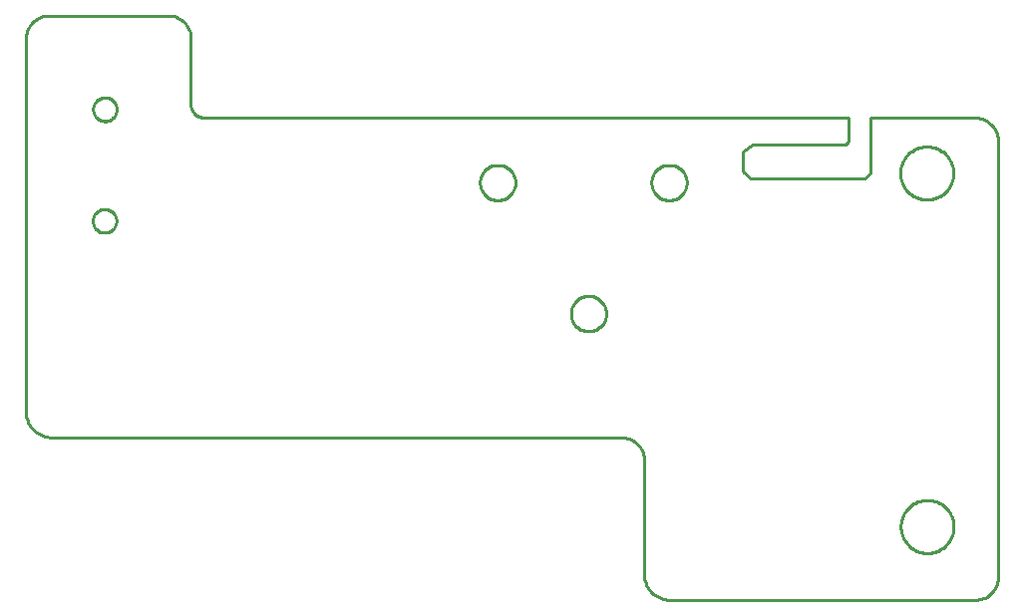
<source format=gbr>
G04 EAGLE Gerber RS-274X export*
G75*
%MOMM*%
%FSLAX34Y34*%
%LPD*%
%IN*%
%IPPOS*%
%AMOC8*
5,1,8,0,0,1.08239X$1,22.5*%
G01*
%ADD10C,0.254000*%


D10*
X24384Y59944D02*
X24467Y58040D01*
X24716Y56151D01*
X25128Y54290D01*
X25701Y52473D01*
X26431Y50712D01*
X27311Y49022D01*
X28334Y47415D01*
X29495Y45903D01*
X30782Y44498D01*
X32187Y43211D01*
X33699Y42050D01*
X35306Y41027D01*
X36996Y40147D01*
X38757Y39417D01*
X40574Y38844D01*
X42435Y38432D01*
X44324Y38183D01*
X46228Y38100D01*
X529844Y38100D01*
X531549Y38026D01*
X533240Y37803D01*
X534906Y37434D01*
X536533Y36921D01*
X538110Y36268D01*
X539623Y35480D01*
X541062Y34563D01*
X542416Y33524D01*
X543674Y32372D01*
X544826Y31114D01*
X545865Y29760D01*
X546782Y28321D01*
X547570Y26808D01*
X548223Y25231D01*
X548736Y23604D01*
X549105Y21938D01*
X549328Y20247D01*
X549402Y18542D01*
X549402Y-78486D01*
X549483Y-80346D01*
X549726Y-82191D01*
X550129Y-84008D01*
X550689Y-85783D01*
X551401Y-87503D01*
X552260Y-89154D01*
X553261Y-90724D01*
X554394Y-92201D01*
X555651Y-93573D01*
X557023Y-94830D01*
X558500Y-95963D01*
X560070Y-96964D01*
X561721Y-97823D01*
X563441Y-98535D01*
X565216Y-99095D01*
X567033Y-99498D01*
X568878Y-99741D01*
X570738Y-99822D01*
X830326Y-99822D01*
X832053Y-99747D01*
X833766Y-99521D01*
X835454Y-99147D01*
X837102Y-98627D01*
X838699Y-97966D01*
X840232Y-97168D01*
X841690Y-96239D01*
X843061Y-95187D01*
X844335Y-94019D01*
X845503Y-92745D01*
X846555Y-91374D01*
X847484Y-89916D01*
X848282Y-88383D01*
X848943Y-86786D01*
X849463Y-85138D01*
X849837Y-83450D01*
X850063Y-81737D01*
X850138Y-80010D01*
X850138Y289052D01*
X850059Y290867D01*
X849822Y292669D01*
X849428Y294443D01*
X848882Y296176D01*
X848187Y297854D01*
X847348Y299466D01*
X846371Y300998D01*
X845265Y302440D01*
X844038Y303780D01*
X842698Y305007D01*
X841256Y306113D01*
X839724Y307090D01*
X838112Y307929D01*
X836434Y308624D01*
X834701Y309170D01*
X832927Y309564D01*
X831125Y309801D01*
X829310Y309880D01*
X741426Y309880D01*
X741426Y262128D01*
X736854Y258064D01*
X639572Y258064D01*
X633476Y264160D01*
X633476Y280670D01*
X641858Y286512D01*
X720598Y286512D01*
X722884Y289052D01*
X722884Y309880D01*
X175260Y309880D01*
X174308Y309922D01*
X173363Y310046D01*
X172433Y310252D01*
X171524Y310539D01*
X170644Y310903D01*
X169799Y311343D01*
X168995Y311855D01*
X168239Y312435D01*
X167537Y313079D01*
X166893Y313781D01*
X166313Y314537D01*
X165801Y315341D01*
X165361Y316186D01*
X164997Y317066D01*
X164710Y317975D01*
X164504Y318905D01*
X164380Y319850D01*
X164338Y320802D01*
X164338Y377190D01*
X164276Y378862D01*
X164069Y380522D01*
X163717Y382158D01*
X163225Y383757D01*
X162595Y385306D01*
X161832Y386796D01*
X160943Y388212D01*
X159933Y389546D01*
X158811Y390787D01*
X157585Y391926D01*
X156265Y392953D01*
X154860Y393861D01*
X153381Y394644D01*
X151839Y395294D01*
X150247Y395808D01*
X148616Y396181D01*
X146959Y396410D01*
X145288Y396494D01*
X43942Y396494D01*
X42227Y396408D01*
X40526Y396173D01*
X38851Y395790D01*
X37217Y395263D01*
X35635Y394596D01*
X34117Y393793D01*
X32674Y392861D01*
X31318Y391807D01*
X30060Y390639D01*
X28908Y389365D01*
X27871Y387996D01*
X26958Y386542D01*
X26175Y385013D01*
X25528Y383422D01*
X25022Y381781D01*
X24661Y380102D01*
X24448Y378398D01*
X24384Y376682D01*
X24384Y59944D01*
X439942Y253972D02*
X439866Y252904D01*
X439713Y251843D01*
X439485Y250796D01*
X439183Y249768D01*
X438809Y248764D01*
X438364Y247789D01*
X437850Y246849D01*
X437271Y245948D01*
X436629Y245090D01*
X435927Y244280D01*
X435170Y243523D01*
X434360Y242821D01*
X433502Y242179D01*
X432601Y241600D01*
X431661Y241086D01*
X430686Y240641D01*
X429682Y240267D01*
X428654Y239965D01*
X427607Y239737D01*
X426546Y239584D01*
X425478Y239508D01*
X424406Y239508D01*
X423338Y239584D01*
X422277Y239737D01*
X421230Y239965D01*
X420202Y240267D01*
X419198Y240641D01*
X418223Y241086D01*
X417283Y241600D01*
X416382Y242179D01*
X415524Y242821D01*
X414714Y243523D01*
X413957Y244280D01*
X413255Y245090D01*
X412613Y245948D01*
X412034Y246849D01*
X411520Y247789D01*
X411075Y248764D01*
X410701Y249768D01*
X410399Y250796D01*
X410171Y251843D01*
X410018Y252904D01*
X409942Y253972D01*
X409942Y255044D01*
X410018Y256112D01*
X410171Y257173D01*
X410399Y258220D01*
X410701Y259248D01*
X411075Y260252D01*
X411520Y261227D01*
X412034Y262167D01*
X412613Y263068D01*
X413255Y263926D01*
X413957Y264736D01*
X414714Y265493D01*
X415524Y266195D01*
X416382Y266837D01*
X417283Y267416D01*
X418223Y267930D01*
X419198Y268375D01*
X420202Y268749D01*
X421230Y269051D01*
X422277Y269279D01*
X423338Y269432D01*
X424406Y269508D01*
X425478Y269508D01*
X426546Y269432D01*
X427607Y269279D01*
X428654Y269051D01*
X429682Y268749D01*
X430686Y268375D01*
X431661Y267930D01*
X432601Y267416D01*
X433502Y266837D01*
X434360Y266195D01*
X435170Y265493D01*
X435927Y264736D01*
X436629Y263926D01*
X437271Y263068D01*
X437850Y262167D01*
X438364Y261227D01*
X438809Y260252D01*
X439183Y259248D01*
X439485Y258220D01*
X439713Y257173D01*
X439866Y256112D01*
X439942Y255044D01*
X439942Y253972D01*
X585484Y253972D02*
X585408Y252904D01*
X585255Y251843D01*
X585027Y250796D01*
X584725Y249768D01*
X584351Y248764D01*
X583906Y247789D01*
X583392Y246849D01*
X582813Y245948D01*
X582171Y245090D01*
X581469Y244280D01*
X580712Y243523D01*
X579902Y242821D01*
X579044Y242179D01*
X578143Y241600D01*
X577203Y241086D01*
X576228Y240641D01*
X575224Y240267D01*
X574196Y239965D01*
X573149Y239737D01*
X572088Y239584D01*
X571020Y239508D01*
X569948Y239508D01*
X568880Y239584D01*
X567819Y239737D01*
X566772Y239965D01*
X565744Y240267D01*
X564740Y240641D01*
X563765Y241086D01*
X562825Y241600D01*
X561924Y242179D01*
X561066Y242821D01*
X560256Y243523D01*
X559499Y244280D01*
X558797Y245090D01*
X558155Y245948D01*
X557576Y246849D01*
X557062Y247789D01*
X556617Y248764D01*
X556243Y249768D01*
X555941Y250796D01*
X555713Y251843D01*
X555560Y252904D01*
X555484Y253972D01*
X555484Y255044D01*
X555560Y256112D01*
X555713Y257173D01*
X555941Y258220D01*
X556243Y259248D01*
X556617Y260252D01*
X557062Y261227D01*
X557576Y262167D01*
X558155Y263068D01*
X558797Y263926D01*
X559499Y264736D01*
X560256Y265493D01*
X561066Y266195D01*
X561924Y266837D01*
X562825Y267416D01*
X563765Y267930D01*
X564740Y268375D01*
X565744Y268749D01*
X566772Y269051D01*
X567819Y269279D01*
X568880Y269432D01*
X569948Y269508D01*
X571020Y269508D01*
X572088Y269432D01*
X573149Y269279D01*
X574196Y269051D01*
X575224Y268749D01*
X576228Y268375D01*
X577203Y267930D01*
X578143Y267416D01*
X579044Y266837D01*
X579902Y266195D01*
X580712Y265493D01*
X581469Y264736D01*
X582171Y263926D01*
X582813Y263068D01*
X583392Y262167D01*
X583906Y261227D01*
X584351Y260252D01*
X584725Y259248D01*
X585027Y258220D01*
X585255Y257173D01*
X585408Y256112D01*
X585484Y255044D01*
X585484Y253972D01*
X517158Y142720D02*
X517082Y141652D01*
X516929Y140591D01*
X516701Y139544D01*
X516399Y138516D01*
X516025Y137512D01*
X515580Y136537D01*
X515066Y135597D01*
X514487Y134696D01*
X513845Y133838D01*
X513143Y133028D01*
X512386Y132271D01*
X511576Y131569D01*
X510718Y130927D01*
X509817Y130348D01*
X508877Y129834D01*
X507902Y129389D01*
X506898Y129015D01*
X505870Y128713D01*
X504823Y128485D01*
X503762Y128332D01*
X502694Y128256D01*
X501622Y128256D01*
X500554Y128332D01*
X499493Y128485D01*
X498446Y128713D01*
X497418Y129015D01*
X496414Y129389D01*
X495439Y129834D01*
X494499Y130348D01*
X493598Y130927D01*
X492740Y131569D01*
X491930Y132271D01*
X491173Y133028D01*
X490471Y133838D01*
X489829Y134696D01*
X489250Y135597D01*
X488736Y136537D01*
X488291Y137512D01*
X487917Y138516D01*
X487615Y139544D01*
X487387Y140591D01*
X487234Y141652D01*
X487158Y142720D01*
X487158Y143792D01*
X487234Y144860D01*
X487387Y145921D01*
X487615Y146968D01*
X487917Y147996D01*
X488291Y149000D01*
X488736Y149975D01*
X489250Y150915D01*
X489829Y151816D01*
X490471Y152674D01*
X491173Y153484D01*
X491930Y154241D01*
X492740Y154943D01*
X493598Y155585D01*
X494499Y156164D01*
X495439Y156678D01*
X496414Y157123D01*
X497418Y157497D01*
X498446Y157799D01*
X499493Y158027D01*
X500554Y158180D01*
X501622Y158256D01*
X502694Y158256D01*
X503762Y158180D01*
X504823Y158027D01*
X505870Y157799D01*
X506898Y157497D01*
X507902Y157123D01*
X508877Y156678D01*
X509817Y156164D01*
X510718Y155585D01*
X511576Y154943D01*
X512386Y154241D01*
X513143Y153484D01*
X513845Y152674D01*
X514487Y151816D01*
X515066Y150915D01*
X515580Y149975D01*
X516025Y149000D01*
X516399Y147996D01*
X516701Y146968D01*
X516929Y145921D01*
X517082Y144860D01*
X517158Y143792D01*
X517158Y142720D01*
X101440Y316301D02*
X101364Y315432D01*
X101212Y314572D01*
X100986Y313728D01*
X100688Y312908D01*
X100319Y312116D01*
X99882Y311360D01*
X99381Y310645D01*
X98820Y309976D01*
X98202Y309358D01*
X97533Y308797D01*
X96818Y308296D01*
X96062Y307859D01*
X95270Y307490D01*
X94450Y307192D01*
X93606Y306966D01*
X92747Y306814D01*
X91877Y306738D01*
X91003Y306738D01*
X90134Y306814D01*
X89274Y306966D01*
X88430Y307192D01*
X87610Y307490D01*
X86818Y307859D01*
X86062Y308296D01*
X85347Y308797D01*
X84678Y309358D01*
X84060Y309976D01*
X83499Y310645D01*
X82998Y311360D01*
X82561Y312116D01*
X82192Y312908D01*
X81894Y313728D01*
X81668Y314572D01*
X81516Y315432D01*
X81440Y316301D01*
X81440Y317175D01*
X81516Y318045D01*
X81668Y318904D01*
X81894Y319748D01*
X82192Y320568D01*
X82561Y321360D01*
X82998Y322116D01*
X83499Y322831D01*
X84060Y323500D01*
X84678Y324118D01*
X85347Y324679D01*
X86062Y325180D01*
X86818Y325617D01*
X87610Y325986D01*
X88430Y326284D01*
X89274Y326510D01*
X90134Y326662D01*
X91003Y326738D01*
X91877Y326738D01*
X92747Y326662D01*
X93606Y326510D01*
X94450Y326284D01*
X95270Y325986D01*
X96062Y325617D01*
X96818Y325180D01*
X97533Y324679D01*
X98202Y324118D01*
X98820Y323500D01*
X99381Y322831D01*
X99882Y322116D01*
X100319Y321360D01*
X100688Y320568D01*
X100986Y319748D01*
X101212Y318904D01*
X101364Y318045D01*
X101440Y317175D01*
X101440Y316301D01*
X101186Y221559D02*
X101110Y220690D01*
X100958Y219830D01*
X100732Y218986D01*
X100434Y218166D01*
X100065Y217374D01*
X99628Y216618D01*
X99127Y215903D01*
X98566Y215234D01*
X97948Y214616D01*
X97279Y214055D01*
X96564Y213554D01*
X95808Y213117D01*
X95016Y212748D01*
X94196Y212450D01*
X93352Y212224D01*
X92493Y212072D01*
X91623Y211996D01*
X90749Y211996D01*
X89880Y212072D01*
X89020Y212224D01*
X88176Y212450D01*
X87356Y212748D01*
X86564Y213117D01*
X85808Y213554D01*
X85093Y214055D01*
X84424Y214616D01*
X83806Y215234D01*
X83245Y215903D01*
X82744Y216618D01*
X82307Y217374D01*
X81938Y218166D01*
X81640Y218986D01*
X81414Y219830D01*
X81262Y220690D01*
X81186Y221559D01*
X81186Y222433D01*
X81262Y223303D01*
X81414Y224162D01*
X81640Y225006D01*
X81938Y225826D01*
X82307Y226618D01*
X82744Y227374D01*
X83245Y228089D01*
X83806Y228758D01*
X84424Y229376D01*
X85093Y229937D01*
X85808Y230438D01*
X86564Y230875D01*
X87356Y231244D01*
X88176Y231542D01*
X89020Y231768D01*
X89880Y231920D01*
X90749Y231996D01*
X91623Y231996D01*
X92493Y231920D01*
X93352Y231768D01*
X94196Y231542D01*
X95016Y231244D01*
X95808Y230875D01*
X96564Y230438D01*
X97279Y229937D01*
X97948Y229376D01*
X98566Y228758D01*
X99127Y228089D01*
X99628Y227374D01*
X100065Y226618D01*
X100434Y225826D01*
X100732Y225006D01*
X100958Y224162D01*
X101110Y223303D01*
X101186Y222433D01*
X101186Y221559D01*
X811932Y262005D02*
X811861Y260744D01*
X811720Y259489D01*
X811508Y258245D01*
X811227Y257014D01*
X810878Y255801D01*
X810461Y254609D01*
X809978Y253442D01*
X809430Y252305D01*
X808819Y251200D01*
X808147Y250131D01*
X807417Y249101D01*
X806630Y248114D01*
X805788Y247173D01*
X804896Y246280D01*
X803954Y245438D01*
X802967Y244651D01*
X801937Y243921D01*
X800868Y243249D01*
X799763Y242638D01*
X798626Y242090D01*
X797459Y241607D01*
X796267Y241190D01*
X795054Y240841D01*
X793823Y240560D01*
X792579Y240348D01*
X791324Y240207D01*
X790063Y240136D01*
X788801Y240136D01*
X787540Y240207D01*
X786285Y240348D01*
X785041Y240560D01*
X783810Y240841D01*
X782597Y241190D01*
X781405Y241607D01*
X780238Y242090D01*
X779101Y242638D01*
X777996Y243249D01*
X776927Y243921D01*
X775897Y244651D01*
X774910Y245438D01*
X773969Y246280D01*
X773076Y247173D01*
X772234Y248114D01*
X771447Y249101D01*
X770717Y250131D01*
X770045Y251200D01*
X769434Y252305D01*
X768886Y253442D01*
X768403Y254609D01*
X767986Y255801D01*
X767637Y257014D01*
X767356Y258245D01*
X767144Y259489D01*
X767003Y260744D01*
X766932Y262005D01*
X766932Y263267D01*
X767003Y264528D01*
X767144Y265783D01*
X767356Y267027D01*
X767637Y268258D01*
X767986Y269471D01*
X768403Y270663D01*
X768886Y271830D01*
X769434Y272967D01*
X770045Y274072D01*
X770717Y275141D01*
X771447Y276171D01*
X772234Y277158D01*
X773076Y278100D01*
X773969Y278992D01*
X774910Y279834D01*
X775897Y280621D01*
X776927Y281351D01*
X777996Y282023D01*
X779101Y282634D01*
X780238Y283182D01*
X781405Y283665D01*
X782597Y284082D01*
X783810Y284431D01*
X785041Y284712D01*
X786285Y284924D01*
X787540Y285065D01*
X788801Y285136D01*
X790063Y285136D01*
X791324Y285065D01*
X792579Y284924D01*
X793823Y284712D01*
X795054Y284431D01*
X796267Y284082D01*
X797459Y283665D01*
X798626Y283182D01*
X799763Y282634D01*
X800868Y282023D01*
X801937Y281351D01*
X802967Y280621D01*
X803954Y279834D01*
X804896Y278992D01*
X805788Y278100D01*
X806630Y277158D01*
X807417Y276171D01*
X808147Y275141D01*
X808819Y274072D01*
X809430Y272967D01*
X809978Y271830D01*
X810461Y270663D01*
X810878Y269471D01*
X811227Y268258D01*
X811508Y267027D01*
X811720Y265783D01*
X811861Y264528D01*
X811932Y263267D01*
X811932Y262005D01*
X812186Y-38223D02*
X812115Y-39484D01*
X811974Y-40739D01*
X811762Y-41983D01*
X811481Y-43214D01*
X811132Y-44427D01*
X810715Y-45619D01*
X810232Y-46786D01*
X809684Y-47923D01*
X809073Y-49028D01*
X808401Y-50097D01*
X807671Y-51127D01*
X806884Y-52114D01*
X806042Y-53056D01*
X805150Y-53948D01*
X804208Y-54790D01*
X803221Y-55577D01*
X802191Y-56307D01*
X801122Y-56979D01*
X800017Y-57590D01*
X798880Y-58138D01*
X797713Y-58621D01*
X796521Y-59038D01*
X795308Y-59387D01*
X794077Y-59668D01*
X792833Y-59880D01*
X791578Y-60021D01*
X790317Y-60092D01*
X789055Y-60092D01*
X787794Y-60021D01*
X786539Y-59880D01*
X785295Y-59668D01*
X784064Y-59387D01*
X782851Y-59038D01*
X781659Y-58621D01*
X780492Y-58138D01*
X779355Y-57590D01*
X778250Y-56979D01*
X777181Y-56307D01*
X776151Y-55577D01*
X775164Y-54790D01*
X774223Y-53948D01*
X773330Y-53056D01*
X772488Y-52114D01*
X771701Y-51127D01*
X770971Y-50097D01*
X770299Y-49028D01*
X769688Y-47923D01*
X769140Y-46786D01*
X768657Y-45619D01*
X768240Y-44427D01*
X767891Y-43214D01*
X767610Y-41983D01*
X767398Y-40739D01*
X767257Y-39484D01*
X767186Y-38223D01*
X767186Y-36961D01*
X767257Y-35700D01*
X767398Y-34445D01*
X767610Y-33201D01*
X767891Y-31970D01*
X768240Y-30757D01*
X768657Y-29565D01*
X769140Y-28398D01*
X769688Y-27261D01*
X770299Y-26156D01*
X770971Y-25087D01*
X771701Y-24057D01*
X772488Y-23070D01*
X773330Y-22129D01*
X774223Y-21236D01*
X775164Y-20394D01*
X776151Y-19607D01*
X777181Y-18877D01*
X778250Y-18205D01*
X779355Y-17594D01*
X780492Y-17046D01*
X781659Y-16563D01*
X782851Y-16146D01*
X784064Y-15797D01*
X785295Y-15516D01*
X786539Y-15304D01*
X787794Y-15163D01*
X789055Y-15092D01*
X790317Y-15092D01*
X791578Y-15163D01*
X792833Y-15304D01*
X794077Y-15516D01*
X795308Y-15797D01*
X796521Y-16146D01*
X797713Y-16563D01*
X798880Y-17046D01*
X800017Y-17594D01*
X801122Y-18205D01*
X802191Y-18877D01*
X803221Y-19607D01*
X804208Y-20394D01*
X805150Y-21236D01*
X806042Y-22129D01*
X806884Y-23070D01*
X807671Y-24057D01*
X808401Y-25087D01*
X809073Y-26156D01*
X809684Y-27261D01*
X810232Y-28398D01*
X810715Y-29565D01*
X811132Y-30757D01*
X811481Y-31970D01*
X811762Y-33201D01*
X811974Y-34445D01*
X812115Y-35700D01*
X812186Y-36961D01*
X812186Y-38223D01*
M02*

</source>
